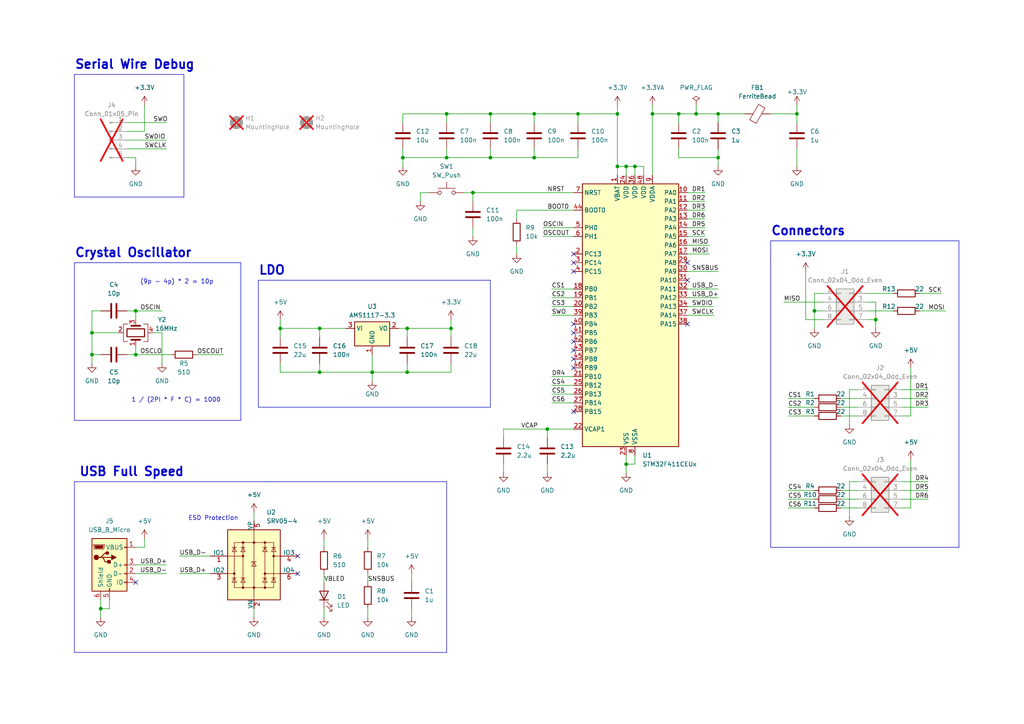
<source format=kicad_sch>
(kicad_sch (version 20231120) (generator "eeschema") (generator_version "8.0")
  (paper "A4")
  (lib_symbols
    (symbol "Connector:Conn_01x05_Pin" (pin_names (offset 1.016) hide)
      (property "Reference" "J" (at 0 7.62 0))
      (property "Value" "Conn_01x05_Pin" (at 0 -7.62 0))
      (symbol "Conn_01x05_Pin_1_1"
        (polyline (pts (xy 1.27 -5.08) (xy 0.8636 -5.08)) (stroke (width 0.1524)))
        (polyline (pts (xy 1.27 -2.54) (xy 0.8636 -2.54)) (stroke (width 0.1524)))
        (polyline (pts (xy 1.27 0) (xy 0.8636 0)) (stroke (width 0.1524)))
        (polyline (pts (xy 1.27 2.54) (xy 0.8636 2.54)) (stroke (width 0.1524)))
        (polyline (pts (xy 1.27 5.08) (xy 0.8636 5.08)) (stroke (width 0.1524)))
        (rectangle (start 0.8636 -4.953) (end 0 -5.207) (stroke (width 0.1524)) (fill (type outline)))
        (rectangle (start 0.8636 -2.413) (end 0 -2.667) (stroke (width 0.1524)) (fill (type outline)))
        (rectangle (start 0.8636 0.127) (end 0 -0.127) (stroke (width 0.1524)) (fill (type outline)))
        (rectangle (start 0.8636 2.667) (end 0 2.413) (stroke (width 0.1524)) (fill (type outline)))
        (rectangle (start 0.8636 5.207) (end 0 4.953) (stroke (width 0.1524)) (fill (type outline)))
        (pin passive line (at 5.08 5.08 180) (length 3.81) (name "Pin_1") (number "1"))
        (pin passive line (at 5.08 2.54 180) (length 3.81) (name "Pin_2") (number "2"))
        (pin passive line (at 5.08 0 180) (length 3.81) (name "Pin_3") (number "3"))
        (pin passive line (at 5.08 -2.54 180) (length 3.81) (name "Pin_4") (number "4"))
        (pin passive line (at 5.08 -5.08 180) (length 3.81) (name "Pin_5") (number "5"))
      )
    )
    (symbol "Connector:USB_B_Micro" (pin_names (offset 1.016))
      (property "Reference" "J" (at -5.08 11.43 0))
      (property "Value" "USB_B_Micro" (at -5.08 8.89 0))
      (symbol "USB_B_Micro_0_1"
        (rectangle (start -5.08 -7.62) (end 5.08 7.62) (stroke (width 0.254)) (fill (type background)))
        (circle (center -3.81 2.159) (radius 0.635) (stroke (width 0.254)) (fill (type outline)))
        (circle (center -0.635 3.429) (radius 0.381) (stroke (width 0.254)) (fill (type outline)))
        (rectangle (start -0.127 -7.62) (end 0.127 -6.858))
        (polyline (pts (xy -1.905 2.159) (xy 0.635 2.159)) (stroke (width 0.254)))
        (polyline (pts (xy -3.175 2.159) (xy -2.54 2.159) (xy -1.27 3.429) (xy -0.635 3.429)) (stroke (width 0.254)))
        (polyline (pts (xy -2.54 2.159) (xy -1.905 2.159) (xy -1.27 0.889) (xy 0 0.889)) (stroke (width 0.254)))
        (polyline (pts (xy 0.635 2.794) (xy 0.635 1.524) (xy 1.905 2.159) (xy 0.635 2.794)) (stroke (width 0.254)) (fill (type outline)))
        (polyline (pts (xy -4.318 5.588) (xy -1.778 5.588) (xy -2.032 4.826) (xy -4.064 4.826) (xy -4.318 5.588)) (fill (type outline)))
        (polyline (pts (xy -4.699 5.842) (xy -4.699 5.588) (xy -4.445 4.826) (xy -4.445 4.572) (xy -1.651 4.572) (xy -1.651 4.826) (xy -1.397 5.588) (xy -1.397 5.842) (xy -4.699 5.842)))
        (rectangle (start 0.254 1.27) (end -0.508 0.508) (stroke (width 0.254)) (fill (type outline)))
        (rectangle (start 5.08 -5.207) (end 4.318 -4.953))
        (rectangle (start 5.08 -2.667) (end 4.318 -2.413))
        (rectangle (start 5.08 -0.127) (end 4.318 0.127))
        (rectangle (start 5.08 4.953) (end 4.318 5.207))
      )
      (symbol "USB_B_Micro_1_1"
        (pin power_out line (at 7.62 5.08 180) (length 2.54) (name "VBUS") (number "1"))
        (pin bidirectional line (at 7.62 -2.54 180) (length 2.54) (name "D-") (number "2"))
        (pin bidirectional line (at 7.62 0 180) (length 2.54) (name "D+") (number "3"))
        (pin passive line (at 7.62 -5.08 180) (length 2.54) (name "ID") (number "4"))
        (pin power_out line (at 0 -10.16 90) (length 2.54) (name "GND") (number "5"))
        (pin passive line (at -2.54 -10.16 90) (length 2.54) (name "Shield") (number "6"))
      )
    )
    (symbol "Connector_Generic:Conn_02x04_Odd_Even" (pin_names (offset 1.016) hide)
      (property "Reference" "J" (at 1.27 5.08 0))
      (property "Value" "Conn_02x04_Odd_Even" (at 1.27 -7.62 0))
      (symbol "Conn_02x04_Odd_Even_1_1"
        (rectangle (start -1.27 -4.953) (end 0 -5.207) (stroke (width 0.1524)))
        (rectangle (start -1.27 -2.413) (end 0 -2.667) (stroke (width 0.1524)))
        (rectangle (start -1.27 0.127) (end 0 -0.127) (stroke (width 0.1524)))
        (rectangle (start -1.27 2.667) (end 0 2.413) (stroke (width 0.1524)))
        (rectangle (start -1.27 3.81) (end 3.81 -6.35) (stroke (width 0.254)) (fill (type background)))
        (rectangle (start 3.81 -4.953) (end 2.54 -5.207) (stroke (width 0.1524)))
        (rectangle (start 3.81 -2.413) (end 2.54 -2.667) (stroke (width 0.1524)))
        (rectangle (start 3.81 0.127) (end 2.54 -0.127) (stroke (width 0.1524)))
        (rectangle (start 3.81 2.667) (end 2.54 2.413) (stroke (width 0.1524)))
        (pin passive line (at -5.08 2.54 0) (length 3.81) (name "Pin_1") (number "1"))
        (pin passive line (at 7.62 2.54 180) (length 3.81) (name "Pin_2") (number "2"))
        (pin passive line (at -5.08 0 0) (length 3.81) (name "Pin_3") (number "3"))
        (pin passive line (at 7.62 0 180) (length 3.81) (name "Pin_4") (number "4"))
        (pin passive line (at -5.08 -2.54 0) (length 3.81) (name "Pin_5") (number "5"))
        (pin passive line (at 7.62 -2.54 180) (length 3.81) (name "Pin_6") (number "6"))
        (pin passive line (at -5.08 -5.08 0) (length 3.81) (name "Pin_7") (number "7"))
        (pin passive line (at 7.62 -5.08 180) (length 3.81) (name "Pin_8") (number "8"))
      )
    )
    (symbol "Device:C" (pin_numbers hide) (pin_names (offset 0.254))
      (property "Reference" "C" (at 0.635 2.54 0))
      (property "Value" "C" (at 0.635 -2.54 0))
      (symbol "C_0_1"
        (polyline (pts (xy -2.032 -0.762) (xy 2.032 -0.762)) (stroke (width 0.508)))
        (polyline (pts (xy -2.032 0.762) (xy 2.032 0.762)) (stroke (width 0.508)))
      )
      (symbol "C_1_1"
        (pin passive line (at 0 3.81 270) (length 2.794) (name "~") (number "1"))
        (pin passive line (at 0 -3.81 90) (length 2.794) (name "~") (number "2"))
      )
    )
    (symbol "Device:Crystal_GND24" (pin_names (offset 1.016) hide)
      (property "Reference" "Y" (at 3.175 5.08 0))
      (property "Value" "Crystal_GND24" (at 3.175 3.175 0))
      (symbol "Crystal_GND24_0_1"
        (rectangle (start -1.143 2.54) (end 1.143 -2.54) (stroke (width 0.3048)))
        (polyline (pts (xy -2.54 0) (xy -2.032 0)))
        (polyline (pts (xy -2.032 -1.27) (xy -2.032 1.27)) (stroke (width 0.508)))
        (polyline (pts (xy 0 -3.81) (xy 0 -3.556)))
        (polyline (pts (xy 0 3.556) (xy 0 3.81)))
        (polyline (pts (xy 2.032 -1.27) (xy 2.032 1.27)) (stroke (width 0.508)))
        (polyline (pts (xy 2.032 0) (xy 2.54 0)))
        (polyline (pts (xy -2.54 -2.286) (xy -2.54 -3.556) (xy 2.54 -3.556) (xy 2.54 -2.286)))
        (polyline (pts (xy -2.54 2.286) (xy -2.54 3.556) (xy 2.54 3.556) (xy 2.54 2.286)))
      )
      (symbol "Crystal_GND24_1_1"
        (pin passive line (at -3.81 0 0) (length 1.27) (name "1") (number "1"))
        (pin passive line (at 0 5.08 270) (length 1.27) (name "2") (number "2"))
        (pin passive line (at 3.81 0 180) (length 1.27) (name "3") (number "3"))
        (pin passive line (at 0 -5.08 90) (length 1.27) (name "4") (number "4"))
      )
    )
    (symbol "Device:FerriteBead" (pin_numbers hide) (pin_names (offset 0))
      (property "Reference" "FB" (at -3.81 0.635 90))
      (property "Value" "FerriteBead" (at 3.81 0 90))
      (symbol "FerriteBead_0_1"
        (polyline (pts (xy 0 -1.27) (xy 0 -1.2192)))
        (polyline (pts (xy 0 1.27) (xy 0 1.2954)))
        (polyline (pts (xy -2.7686 0.4064) (xy -1.7018 2.2606) (xy 2.7686 -0.3048) (xy 1.6764 -2.159) (xy -2.7686 0.4064)))
      )
      (symbol "FerriteBead_1_1"
        (pin passive line (at 0 3.81 270) (length 2.54) (name "~") (number "1"))
        (pin passive line (at 0 -3.81 90) (length 2.54) (name "~") (number "2"))
      )
    )
    (symbol "Device:LED" (pin_numbers hide) (pin_names (offset 1.016) hide)
      (property "Reference" "D" (at 0 2.54 0))
      (property "Value" "LED" (at 0 -2.54 0))
      (symbol "LED_0_1"
        (polyline (pts (xy -1.27 -1.27) (xy -1.27 1.27)) (stroke (width 0.254)))
        (polyline (pts (xy -1.27 0) (xy 1.27 0)))
        (polyline (pts (xy 1.27 -1.27) (xy 1.27 1.27) (xy -1.27 0) (xy 1.27 -1.27)) (stroke (width 0.254)))
        (polyline (pts (xy -3.048 -0.762) (xy -4.572 -2.286) (xy -3.81 -2.286) (xy -4.572 -2.286) (xy -4.572 -1.524)))
        (polyline (pts (xy -1.778 -0.762) (xy -3.302 -2.286) (xy -2.54 -2.286) (xy -3.302 -2.286) (xy -3.302 -1.524)))
      )
      (symbol "LED_1_1"
        (pin passive line (at -3.81 0 0) (length 2.54) (name "K") (number "1"))
        (pin passive line (at 3.81 0 180) (length 2.54) (name "A") (number "2"))
      )
    )
    (symbol "Device:R" (pin_numbers hide) (pin_names (offset 0))
      (property "Reference" "R" (at 2.032 0 90))
      (property "Value" "R" (at 0 0 90))
      (symbol "R_0_1"
        (rectangle (start -1.016 -2.54) (end 1.016 2.54) (stroke (width 0.254)))
      )
      (symbol "R_1_1"
        (pin passive line (at 0 3.81 270) (length 1.27) (name "~") (number "1"))
        (pin passive line (at 0 -3.81 90) (length 1.27) (name "~") (number "2"))
      )
    )
    (symbol "MCU_ST_STM32F4:STM32F411CEUx"
      (property "Reference" "U" (at -12.7 39.37 0))
      (property "Value" "STM32F411CEUx" (at 10.16 39.37 0))
      (symbol "STM32F411CEUx_0_1"
        (rectangle (start -12.7 -38.1) (end 15.24 38.1) (stroke (width 0.254)) (fill (type background)))
      )
      (symbol "STM32F411CEUx_1_1"
        (pin power_in line (at -2.54 40.64 270) (length 2.54) (name "VBAT") (number "1"))
        (pin bidirectional line (at 17.78 35.56 180) (length 2.54) (name "PA0") (number "10"))
        (pin bidirectional line (at 17.78 33.02 180) (length 2.54) (name "PA1") (number "11"))
        (pin bidirectional line (at 17.78 30.48 180) (length 2.54) (name "PA2") (number "12"))
        (pin bidirectional line (at 17.78 27.94 180) (length 2.54) (name "PA3") (number "13"))
        (pin bidirectional line (at 17.78 25.4 180) (length 2.54) (name "PA4") (number "14"))
        (pin bidirectional line (at 17.78 22.86 180) (length 2.54) (name "PA5") (number "15"))
        (pin bidirectional line (at 17.78 20.32 180) (length 2.54) (name "PA6") (number "16"))
        (pin bidirectional line (at 17.78 17.78 180) (length 2.54) (name "PA7") (number "17"))
        (pin bidirectional line (at -15.24 7.62 0) (length 2.54) (name "PB0") (number "18"))
        (pin bidirectional line (at -15.24 5.08 0) (length 2.54) (name "PB1") (number "19"))
        (pin bidirectional line (at -15.24 17.78 0) (length 2.54) (name "PC13") (number "2"))
        (pin bidirectional line (at -15.24 2.54 0) (length 2.54) (name "PB2") (number "20"))
        (pin bidirectional line (at -15.24 -17.78 0) (length 2.54) (name "PB10") (number "21"))
        (pin power_out line (at -15.24 -33.02 0) (length 2.54) (name "VCAP1") (number "22"))
        (pin power_in line (at 0 -40.64 90) (length 2.54) (name "VSS") (number "23"))
        (pin power_in line (at 0 40.64 270) (length 2.54) (name "VDD") (number "24"))
        (pin bidirectional line (at -15.24 -20.32 0) (length 2.54) (name "PB12") (number "25"))
        (pin bidirectional line (at -15.24 -22.86 0) (length 2.54) (name "PB13") (number "26"))
        (pin bidirectional line (at -15.24 -25.4 0) (length 2.54) (name "PB14") (number "27"))
        (pin bidirectional line (at -15.24 -27.94 0) (length 2.54) (name "PB15") (number "28"))
        (pin bidirectional line (at 17.78 15.24 180) (length 2.54) (name "PA8") (number "29"))
        (pin bidirectional line (at -15.24 15.24 0) (length 2.54) (name "PC14") (number "3"))
        (pin bidirectional line (at 17.78 12.7 180) (length 2.54) (name "PA9") (number "30"))
        (pin bidirectional line (at 17.78 10.16 180) (length 2.54) (name "PA10") (number "31"))
        (pin bidirectional line (at 17.78 7.62 180) (length 2.54) (name "PA11") (number "32"))
        (pin bidirectional line (at 17.78 5.08 180) (length 2.54) (name "PA12") (number "33"))
        (pin bidirectional line (at 17.78 2.54 180) (length 2.54) (name "PA13") (number "34"))
        (pin passive line (at 0 -40.64 90) (length 2.54) hide (name "VSS") (number "35"))
        (pin power_in line (at 2.54 40.64 270) (length 2.54) (name "VDD") (number "36"))
        (pin bidirectional line (at 17.78 0 180) (length 2.54) (name "PA14") (number "37"))
        (pin bidirectional line (at 17.78 -2.54 180) (length 2.54) (name "PA15") (number "38"))
        (pin bidirectional line (at -15.24 0 0) (length 2.54) (name "PB3") (number "39"))
        (pin bidirectional line (at -15.24 12.7 0) (length 2.54) (name "PC15") (number "4"))
        (pin bidirectional line (at -15.24 -2.54 0) (length 2.54) (name "PB4") (number "40"))
        (pin bidirectional line (at -15.24 -5.08 0) (length 2.54) (name "PB5") (number "41"))
        (pin bidirectional line (at -15.24 -7.62 0) (length 2.54) (name "PB6") (number "42"))
        (pin bidirectional line (at -15.24 -10.16 0) (length 2.54) (name "PB7") (number "43"))
        (pin input line (at -15.24 30.48 0) (length 2.54) (name "BOOT0") (number "44"))
        (pin bidirectional line (at -15.24 -12.7 0) (length 2.54) (name "PB8") (number "45"))
        (pin bidirectional line (at -15.24 -15.24 0) (length 2.54) (name "PB9") (number "46"))
        (pin passive line (at 0 -40.64 90) (length 2.54) hide (name "VSS") (number "47"))
        (pin power_in line (at 5.08 40.64 270) (length 2.54) (name "VDD") (number "48"))
        (pin passive line (at 0 -40.64 90) (length 2.54) hide (name "VSS") (number "49"))
        (pin bidirectional line (at -15.24 25.4 0) (length 2.54) (name "PH0") (number "5"))
        (pin bidirectional line (at -15.24 22.86 0) (length 2.54) (name "PH1") (number "6"))
        (pin input line (at -15.24 35.56 0) (length 2.54) (name "NRST") (number "7"))
        (pin power_in line (at 2.54 -40.64 90) (length 2.54) (name "VSSA") (number "8"))
        (pin power_in line (at 7.62 40.64 270) (length 2.54) (name "VDDA") (number "9"))
      )
    )
    (symbol "Mechanical:MountingHole" (pin_names (offset 1.016))
      (property "Reference" "H" (at 0 5.08 0))
      (property "Value" "MountingHole" (at 0 3.175 0))
      (symbol "MountingHole_0_1"
        (circle (center 0 0) (radius 1.27) (stroke (width 1.27)))
      )
    )
    (symbol "Power_Protection:SRV05-4" (pin_names (offset 0))
      (property "Reference" "U" (at -5.08 11.43 0))
      (property "Value" "SRV05-4" (at 2.54 11.43 0))
      (symbol "SRV05-4_0_0"
        (rectangle (start -5.715 6.477) (end 5.715 -6.604))
        (polyline (pts (xy -3.175 -6.604) (xy -3.175 6.477)))
        (polyline (pts (xy 3.175 6.477) (xy 3.175 -6.604)))
      )
      (symbol "SRV05-4_0_1"
        (rectangle (start -7.62 10.16) (end 7.62 -10.16) (stroke (width 0.254)) (fill (type background)))
        (circle (center -5.715 -2.54) (radius 0.2794) (fill (type outline)))
        (circle (center -3.175 -6.604) (radius 0.2794) (fill (type outline)))
        (circle (center -3.175 2.54) (radius 0.2794) (fill (type outline)))
        (circle (center -3.175 6.477) (radius 0.2794) (fill (type outline)))
        (circle (center 0 -6.604) (radius 0.2794) (fill (type outline)))
        (polyline (pts (xy -7.747 2.54) (xy -3.175 2.54)))
        (polyline (pts (xy -7.62 -2.54) (xy -5.715 -2.54)))
        (polyline (pts (xy -5.08 -3.81) (xy -6.35 -3.81)))
        (polyline (pts (xy -5.08 5.08) (xy -6.35 5.08)))
        (polyline (pts (xy -2.54 -3.81) (xy -3.81 -3.81)))
        (polyline (pts (xy -2.54 5.08) (xy -3.81 5.08)))
        (polyline (pts (xy 0 10.16) (xy 0 -10.16)))
        (polyline (pts (xy 3.81 -3.81) (xy 2.54 -3.81)))
        (polyline (pts (xy 3.81 5.08) (xy 2.54 5.08)))
        (polyline (pts (xy 6.35 -3.81) (xy 5.08 -3.81)))
        (polyline (pts (xy 6.35 5.08) (xy 5.08 5.08)))
        (polyline (pts (xy 7.62 -2.54) (xy 3.175 -2.54)))
        (polyline (pts (xy 7.62 2.54) (xy 5.715 2.54)))
        (polyline (pts (xy 0.635 0.889) (xy -0.635 0.889) (xy -0.635 0.635)))
        (polyline (pts (xy -5.08 -5.08) (xy -6.35 -5.08) (xy -5.715 -3.81) (xy -5.08 -5.08)))
        (polyline (pts (xy -5.08 3.81) (xy -6.35 3.81) (xy -5.715 5.08) (xy -5.08 3.81)))
        (polyline (pts (xy -2.54 -5.08) (xy -3.81 -5.08) (xy -3.175 -3.81) (xy -2.54 -5.08)))
        (polyline (pts (xy -2.54 3.81) (xy -3.81 3.81) (xy -3.175 5.08) (xy -2.54 3.81)))
        (polyline (pts (xy 0.635 -0.381) (xy -0.635 -0.381) (xy 0 0.889) (xy 0.635 -0.381)))
        (polyline (pts (xy 3.81 -5.08) (xy 2.54 -5.08) (xy 3.175 -3.81) (xy 3.81 -5.08)))
        (polyline (pts (xy 3.81 3.81) (xy 2.54 3.81) (xy 3.175 5.08) (xy 3.81 3.81)))
        (polyline (pts (xy 6.35 -5.08) (xy 5.08 -5.08) (xy 5.715 -3.81) (xy 6.35 -5.08)))
        (polyline (pts (xy 6.35 3.81) (xy 5.08 3.81) (xy 5.715 5.08) (xy 6.35 3.81)))
        (circle (center 0 6.477) (radius 0.2794) (fill (type outline)))
        (circle (center 3.175 -6.604) (radius 0.2794) (fill (type outline)))
        (circle (center 3.175 -2.54) (radius 0.2794) (fill (type outline)))
        (circle (center 3.175 6.477) (radius 0.2794) (fill (type outline)))
        (circle (center 5.715 2.54) (radius 0.2794) (fill (type outline)))
      )
      (symbol "SRV05-4_1_1"
        (pin passive line (at -12.7 2.54 0) (length 5.08) (name "IO1") (number "1"))
        (pin passive line (at 0 -12.7 90) (length 2.54) (name "VN") (number "2"))
        (pin passive line (at -12.7 -2.54 0) (length 5.08) (name "IO2") (number "3"))
        (pin passive line (at 12.7 2.54 180) (length 5.08) (name "IO3") (number "4"))
        (pin passive line (at 0 12.7 270) (length 2.54) (name "VP") (number "5"))
        (pin passive line (at 12.7 -2.54 180) (length 5.08) (name "IO4") (number "6"))
      )
    )
    (symbol "Regulator_Linear:AMS1117-3.3"
      (property "Reference" "U" (at -3.81 3.175 0))
      (property "Value" "AMS1117-3.3" (at 0 3.175 0))
      (symbol "AMS1117-3.3_0_1"
        (rectangle (start -5.08 -5.08) (end 5.08 1.905) (stroke (width 0.254)) (fill (type background)))
      )
      (symbol "AMS1117-3.3_1_1"
        (pin power_in line (at 0 -7.62 90) (length 2.54) (name "GND") (number "1"))
        (pin power_out line (at 7.62 0 180) (length 2.54) (name "VO") (number "2"))
        (pin power_in line (at -7.62 0 0) (length 2.54) (name "VI") (number "3"))
      )
    )
    (symbol "Switch:SW_Push" (pin_numbers hide) (pin_names (offset 1.016) hide)
      (property "Reference" "SW" (at 1.27 2.54 0))
      (property "Value" "SW_Push" (at 0 -1.524 0))
      (symbol "SW_Push_0_1"
        (circle (center -2.032 0) (radius 0.508))
        (polyline (pts (xy 0 1.27) (xy 0 3.048)))
        (polyline (pts (xy 2.54 1.27) (xy -2.54 1.27)))
        (circle (center 2.032 0) (radius 0.508))
        (pin passive line (at -5.08 0 0) (length 2.54) (name "1") (number "1"))
        (pin passive line (at 5.08 0 180) (length 2.54) (name "2") (number "2"))
      )
    )
    (symbol "power:+3.3V" (power) (pin_names (offset 0))
      (property "Value" "+3.3V" (at 0 3.556 0))
      (symbol "+3.3V_0_1"
        (polyline (pts (xy -0.762 1.27) (xy 0 2.54)))
        (polyline (pts (xy 0 0) (xy 0 2.54)))
        (polyline (pts (xy 0 2.54) (xy 0.762 1.27)))
      )
      (symbol "+3.3V_1_1"
        (pin power_in line (at 0 0 90) (length 0) hide (name "+3.3V") (number "1"))
      )
    )
    (symbol "power:+3.3VA" (power) (pin_names (offset 0))
      (property "Value" "+3.3VA" (at 0 3.556 0))
      (symbol "+3.3VA_0_1"
        (polyline (pts (xy -0.762 1.27) (xy 0 2.54)))
        (polyline (pts (xy 0 0) (xy 0 2.54)))
        (polyline (pts (xy 0 2.54) (xy 0.762 1.27)))
      )
      (symbol "+3.3VA_1_1"
        (pin power_in line (at 0 0 90) (length 0) hide (name "+3.3VA") (number "1"))
      )
    )
    (symbol "power:+5V" (power) (pin_names (offset 0))
      (property "Value" "+5V" (at 0 3.556 0))
      (symbol "+5V_0_1"
        (polyline (pts (xy -0.762 1.27) (xy 0 2.54)))
        (polyline (pts (xy 0 0) (xy 0 2.54)))
        (polyline (pts (xy 0 2.54) (xy 0.762 1.27)))
      )
      (symbol "+5V_1_1"
        (pin power_in line (at 0 0 90) (length 0) hide (name "+5V") (number "1"))
      )
    )
    (symbol "power:GND" (power) (pin_names (offset 0))
      (property "Value" "GND" (at 0 -3.81 0))
      (symbol "GND_0_1"
        (polyline (pts (xy 0 0) (xy 0 -1.27) (xy 1.27 -1.27) (xy 0 -2.54) (xy -1.27 -1.27) (xy 0 -1.27)))
      )
      (symbol "GND_1_1"
        (pin power_in line (at 0 0 270) (length 0) hide (name "GND") (number "1"))
      )
    )
    (symbol "power:PWR_FLAG" (power) (pin_numbers hide) (pin_names (offset 0) hide)
      (property "Value" "PWR_FLAG" (at 0 3.81 0))
      (symbol "PWR_FLAG_0_0"
        (pin power_out line (at 0 0 90) (length 0) (name "pwr") (number "1"))
      )
      (symbol "PWR_FLAG_0_1"
        (polyline (pts (xy 0 0) (xy 0 1.27) (xy -1.016 1.905) (xy 0 2.54) (xy 1.016 1.905) (xy 0 1.27)))
      )
    )
  )
  (junction (at 92.71 95.25))
  (junction (at 142.24 33.02))
  (junction (at 81.28 95.25))
  (junction (at 92.71 107.95))
  (junction (at 142.24 45.72))
  (junction (at 189.23 33.02))
  (junction (at 184.15 48.26))
  (junction (at 158.75 124.46))
  (junction (at 107.95 107.95))
  (junction (at 154.94 33.02))
  (junction (at 118.11 107.95))
  (junction (at 129.54 45.72))
  (junction (at 208.28 33.02))
  (junction (at 254 92.71))
  (junction (at 39.37 102.87))
  (junction (at 208.28 45.72))
  (junction (at 167.64 33.02))
  (junction (at 154.94 45.72))
  (junction (at 179.07 48.26))
  (junction (at 26.67 102.87))
  (junction (at 118.11 95.25))
  (junction (at 181.61 48.26))
  (junction (at 181.61 134.62))
  (junction (at 231.14 33.02))
  (junction (at 137.16 55.88))
  (junction (at 39.37 90.17))
  (junction (at 201.93 33.02))
  (junction (at 236.22 90.17))
  (junction (at 179.07 33.02))
  (junction (at 116.84 45.72))
  (junction (at 129.54 33.02))
  (junction (at 26.67 96.52))
  (junction (at 196.85 33.02))
  (junction (at 29.21 176.53))
  (junction (at 130.81 95.25))
  (no_connect (at 199.39 76.2))
  (no_connect (at 166.37 76.2))
  (no_connect (at 166.37 106.68))
  (no_connect (at 166.37 73.66))
  (no_connect (at 199.39 81.28))
  (no_connect (at 166.37 99.06))
  (no_connect (at 39.37 168.91))
  (no_connect (at 166.37 101.6))
  (no_connect (at 199.39 93.98))
  (no_connect (at 166.37 78.74))
  (no_connect (at 86.36 166.37))
  (no_connect (at 166.37 104.14))
  (no_connect (at 166.37 119.38))
  (no_connect (at 166.37 93.98))
  (no_connect (at 86.36 161.29))
  (no_connect (at 166.37 96.52))
  (wire (pts (xy 93.98 166.37) (xy 93.98 168.91)))
  (wire (pts (xy 92.71 107.95) (xy 107.95 107.95)))
  (wire (pts (xy 39.37 102.87) (xy 49.53 102.87)))
  (wire (pts (xy 129.54 33.02) (xy 142.24 33.02)))
  (wire (pts (xy 261.62 115.57) (xy 269.24 115.57)))
  (wire (pts (xy 223.52 33.02) (xy 231.14 33.02)))
  (wire (pts (xy 93.98 156.21) (xy 93.98 158.75)))
  (wire (pts (xy 39.37 48.26) (xy 39.37 45.72)))
  (wire (pts (xy 243.84 142.24) (xy 248.92 142.24)))
  (wire (pts (xy 261.62 139.7) (xy 269.24 139.7)))
  (wire (pts (xy 149.86 71.12) (xy 149.86 73.66)))
  (polyline (pts (xy 223.52 69.85) (xy 223.52 76.2)))
  (wire (pts (xy 118.11 107.95) (xy 107.95 107.95)))
  (wire (pts (xy 261.62 113.03) (xy 269.24 113.03)))
  (wire (pts (xy 92.71 105.41) (xy 92.71 107.95)))
  (wire (pts (xy 228.6 115.57) (xy 236.22 115.57)))
  (wire (pts (xy 160.02 83.82) (xy 166.37 83.82)))
  (wire (pts (xy 157.48 66.04) (xy 166.37 66.04)))
  (wire (pts (xy 199.39 68.58) (xy 204.47 68.58)))
  (wire (pts (xy 167.64 33.02) (xy 167.64 35.56)))
  (wire (pts (xy 36.83 35.56) (xy 48.26 35.56)))
  (wire (pts (xy 119.38 166.37) (xy 119.38 168.91)))
  (wire (pts (xy 26.67 90.17) (xy 29.21 90.17)))
  (wire (pts (xy 39.37 90.17) (xy 36.83 90.17)))
  (wire (pts (xy 92.71 95.25) (xy 92.71 97.79)))
  (wire (pts (xy 199.39 83.82) (xy 208.28 83.82)))
  (wire (pts (xy 26.67 96.52) (xy 26.67 90.17)))
  (polyline (pts (xy 21.59 76.2) (xy 34.29 76.2)))
  (wire (pts (xy 196.85 33.02) (xy 196.85 35.56)))
  (wire (pts (xy 160.02 88.9) (xy 166.37 88.9)))
  (wire (pts (xy 93.98 176.53) (xy 93.98 179.07)))
  (polyline (pts (xy 69.85 76.2) (xy 69.85 121.92)))
  (wire (pts (xy 254 87.63) (xy 251.46 87.63)))
  (wire (pts (xy 146.05 124.46) (xy 158.75 124.46)))
  (wire (pts (xy 199.39 71.12) (xy 205.74 71.12)))
  (wire (pts (xy 31.75 176.53) (xy 31.75 173.99)))
  (wire (pts (xy 246.38 139.7) (xy 248.92 139.7)))
  (wire (pts (xy 181.61 134.62) (xy 184.15 134.62)))
  (polyline (pts (xy 21.59 21.59) (xy 29.21 21.59)))
  (wire (pts (xy 179.07 30.48) (xy 179.07 33.02)))
  (wire (pts (xy 196.85 33.02) (xy 201.93 33.02)))
  (wire (pts (xy 228.6 147.32) (xy 236.22 147.32)))
  (wire (pts (xy 264.16 133.35) (xy 264.16 147.32)))
  (wire (pts (xy 29.21 173.99) (xy 29.21 176.53)))
  (wire (pts (xy 39.37 100.33) (xy 39.37 102.87)))
  (wire (pts (xy 146.05 127) (xy 146.05 124.46)))
  (wire (pts (xy 186.69 48.26) (xy 186.69 50.8)))
  (wire (pts (xy 201.93 33.02) (xy 208.28 33.02)))
  (polyline (pts (xy 78.74 139.7) (xy 129.54 139.7)))
  (wire (pts (xy 142.24 45.72) (xy 142.24 43.18)))
  (wire (pts (xy 36.83 40.64) (xy 48.26 40.64)))
  (polyline (pts (xy 278.13 158.75) (xy 278.13 69.85)))
  (wire (pts (xy 167.64 45.72) (xy 167.64 43.18)))
  (wire (pts (xy 142.24 45.72) (xy 154.94 45.72)))
  (wire (pts (xy 227.33 87.63) (xy 238.76 87.63)))
  (wire (pts (xy 81.28 97.79) (xy 81.28 95.25)))
  (wire (pts (xy 119.38 176.53) (xy 119.38 179.07)))
  (wire (pts (xy 236.22 85.09) (xy 238.76 85.09)))
  (wire (pts (xy 41.91 38.1) (xy 36.83 38.1)))
  (wire (pts (xy 208.28 33.02) (xy 215.9 33.02)))
  (wire (pts (xy 236.22 95.25) (xy 236.22 90.17)))
  (wire (pts (xy 149.86 63.5) (xy 149.86 60.96)))
  (wire (pts (xy 39.37 102.87) (xy 36.83 102.87)))
  (wire (pts (xy 39.37 45.72) (xy 36.83 45.72)))
  (wire (pts (xy 121.92 58.42) (xy 121.92 55.88)))
  (wire (pts (xy 243.84 147.32) (xy 248.92 147.32)))
  (wire (pts (xy 154.94 33.02) (xy 154.94 35.56)))
  (wire (pts (xy 201.93 30.48) (xy 201.93 33.02)))
  (wire (pts (xy 243.84 118.11) (xy 248.92 118.11)))
  (wire (pts (xy 154.94 45.72) (xy 167.64 45.72)))
  (wire (pts (xy 157.48 68.58) (xy 166.37 68.58)))
  (wire (pts (xy 41.91 156.21) (xy 41.91 158.75)))
  (wire (pts (xy 52.07 166.37) (xy 60.96 166.37)))
  (wire (pts (xy 46.99 96.52) (xy 46.99 105.41)))
  (wire (pts (xy 167.64 33.02) (xy 179.07 33.02)))
  (wire (pts (xy 233.68 78.74) (xy 233.68 92.71)))
  (wire (pts (xy 160.02 91.44) (xy 166.37 91.44)))
  (wire (pts (xy 154.94 33.02) (xy 167.64 33.02)))
  (wire (pts (xy 236.22 90.17) (xy 238.76 90.17)))
  (wire (pts (xy 199.39 55.88) (xy 204.47 55.88)))
  (wire (pts (xy 160.02 111.76) (xy 166.37 111.76)))
  (wire (pts (xy 158.75 127) (xy 158.75 124.46)))
  (wire (pts (xy 199.39 78.74) (xy 208.28 78.74)))
  (wire (pts (xy 160.02 109.22) (xy 166.37 109.22)))
  (wire (pts (xy 39.37 92.71) (xy 39.37 90.17)))
  (wire (pts (xy 243.84 120.65) (xy 248.92 120.65)))
  (wire (pts (xy 266.7 85.09) (xy 273.05 85.09)))
  (wire (pts (xy 231.14 30.48) (xy 231.14 33.02)))
  (wire (pts (xy 261.62 118.11) (xy 269.24 118.11)))
  (wire (pts (xy 81.28 92.71) (xy 81.28 95.25)))
  (wire (pts (xy 196.85 45.72) (xy 208.28 45.72)))
  (wire (pts (xy 142.24 33.02) (xy 142.24 35.56)))
  (wire (pts (xy 196.85 43.18) (xy 196.85 45.72)))
  (polyline (pts (xy 90.17 81.28) (xy 142.24 81.28)))
  (wire (pts (xy 181.61 48.26) (xy 184.15 48.26)))
  (wire (pts (xy 208.28 45.72) (xy 208.28 48.26)))
  (wire (pts (xy 199.39 63.5) (xy 204.47 63.5)))
  (wire (pts (xy 199.39 66.04) (xy 204.47 66.04)))
  (wire (pts (xy 134.62 55.88) (xy 137.16 55.88)))
  (polyline (pts (xy 53.34 21.59) (xy 53.34 57.15)))
  (wire (pts (xy 116.84 33.02) (xy 129.54 33.02)))
  (wire (pts (xy 149.86 60.96) (xy 166.37 60.96)))
  (wire (pts (xy 199.39 86.36) (xy 208.28 86.36)))
  (wire (pts (xy 106.68 166.37) (xy 106.68 168.91)))
  (wire (pts (xy 254 95.25) (xy 254 92.71)))
  (wire (pts (xy 158.75 134.62) (xy 158.75 137.16)))
  (wire (pts (xy 73.66 176.53) (xy 73.66 179.07)))
  (polyline (pts (xy 142.24 118.11) (xy 74.93 118.11)))
  (wire (pts (xy 184.15 134.62) (xy 184.15 132.08)))
  (wire (pts (xy 189.23 33.02) (xy 196.85 33.02)))
  (wire (pts (xy 228.6 142.24) (xy 236.22 142.24)))
  (polyline (pts (xy 69.85 121.92) (xy 21.59 121.92)))
  (wire (pts (xy 189.23 33.02) (xy 189.23 50.8)))
  (wire (pts (xy 130.81 95.25) (xy 130.81 97.79)))
  (wire (pts (xy 236.22 90.17) (xy 236.22 85.09)))
  (polyline (pts (xy 129.54 189.23) (xy 21.59 189.23)))
  (polyline (pts (xy 34.29 76.2) (xy 69.85 76.2)))
  (wire (pts (xy 41.91 30.48) (xy 41.91 38.1)))
  (wire (pts (xy 146.05 134.62) (xy 146.05 137.16)))
  (polyline (pts (xy 21.59 139.7) (xy 78.74 139.7)))
  (wire (pts (xy 199.39 73.66) (xy 205.74 73.66)))
  (wire (pts (xy 228.6 118.11) (xy 236.22 118.11)))
  (wire (pts (xy 137.16 58.42) (xy 137.16 55.88)))
  (wire (pts (xy 181.61 134.62) (xy 181.61 137.16)))
  (wire (pts (xy 36.83 43.18) (xy 48.26 43.18)))
  (wire (pts (xy 118.11 95.25) (xy 118.11 97.79)))
  (wire (pts (xy 129.54 45.72) (xy 142.24 45.72)))
  (wire (pts (xy 29.21 176.53) (xy 31.75 176.53)))
  (wire (pts (xy 52.07 161.29) (xy 60.96 161.29)))
  (wire (pts (xy 81.28 95.25) (xy 92.71 95.25)))
  (wire (pts (xy 181.61 48.26) (xy 181.61 50.8)))
  (polyline (pts (xy 278.13 69.85) (xy 223.52 69.85)))
  (wire (pts (xy 246.38 123.19) (xy 246.38 113.03)))
  (wire (pts (xy 158.75 124.46) (xy 166.37 124.46)))
  (wire (pts (xy 264.16 147.32) (xy 261.62 147.32)))
  (wire (pts (xy 199.39 91.44) (xy 207.01 91.44)))
  (polyline (pts (xy 74.93 118.11) (xy 74.93 81.28)))
  (wire (pts (xy 261.62 144.78) (xy 269.24 144.78)))
  (polyline (pts (xy 21.59 121.92) (xy 21.59 76.2)))
  (wire (pts (xy 130.81 92.71) (xy 130.81 95.25)))
  (wire (pts (xy 142.24 33.02) (xy 154.94 33.02)))
  (wire (pts (xy 246.38 113.03) (xy 248.92 113.03)))
  (wire (pts (xy 73.66 148.59) (xy 73.66 151.13)))
  (wire (pts (xy 181.61 132.08) (xy 181.61 134.62)))
  (wire (pts (xy 199.39 58.42) (xy 204.47 58.42)))
  (wire (pts (xy 160.02 86.36) (xy 166.37 86.36)))
  (wire (pts (xy 266.7 90.17) (xy 274.32 90.17)))
  (wire (pts (xy 228.6 120.65) (xy 236.22 120.65)))
  (wire (pts (xy 46.99 96.52) (xy 44.45 96.52)))
  (wire (pts (xy 208.28 33.02) (xy 208.28 35.56)))
  (polyline (pts (xy 129.54 139.7) (xy 129.54 189.23)))
  (wire (pts (xy 137.16 55.88) (xy 166.37 55.88)))
  (wire (pts (xy 118.11 95.25) (xy 130.81 95.25)))
  (wire (pts (xy 130.81 105.41) (xy 130.81 107.95)))
  (wire (pts (xy 121.92 55.88) (xy 124.46 55.88)))
  (wire (pts (xy 179.07 33.02) (xy 179.07 48.26)))
  (wire (pts (xy 26.67 105.41) (xy 26.67 102.87)))
  (wire (pts (xy 243.84 144.78) (xy 248.92 144.78)))
  (polyline (pts (xy 29.21 21.59) (xy 53.34 21.59)))
  (wire (pts (xy 57.15 102.87) (xy 64.77 102.87)))
  (wire (pts (xy 254 92.71) (xy 254 87.63)))
  (wire (pts (xy 118.11 105.41) (xy 118.11 107.95)))
  (polyline (pts (xy 142.24 81.28) (xy 142.24 118.11)))
  (polyline (pts (xy 74.93 81.28) (xy 90.17 81.28)))
  (wire (pts (xy 107.95 102.87) (xy 107.95 107.95)))
  (wire (pts (xy 246.38 139.7) (xy 246.38 149.86)))
  (wire (pts (xy 41.91 158.75) (xy 39.37 158.75)))
  (wire (pts (xy 129.54 45.72) (xy 129.54 43.18)))
  (wire (pts (xy 261.62 142.24) (xy 269.24 142.24)))
  (wire (pts (xy 160.02 116.84) (xy 166.37 116.84)))
  (wire (pts (xy 39.37 90.17) (xy 46.99 90.17)))
  (wire (pts (xy 179.07 48.26) (xy 181.61 48.26)))
  (wire (pts (xy 251.46 90.17) (xy 259.08 90.17)))
  (wire (pts (xy 231.14 33.02) (xy 231.14 35.56)))
  (wire (pts (xy 92.71 95.25) (xy 100.33 95.25)))
  (wire (pts (xy 115.57 95.25) (xy 118.11 95.25)))
  (wire (pts (xy 129.54 45.72) (xy 116.84 45.72)))
  (wire (pts (xy 254 92.71) (xy 251.46 92.71)))
  (wire (pts (xy 179.07 48.26) (xy 179.07 50.8)))
  (wire (pts (xy 199.39 60.96) (xy 204.47 60.96)))
  (wire (pts (xy 116.84 45.72) (xy 116.84 48.26)))
  (wire (pts (xy 231.14 43.18) (xy 231.14 48.26)))
  (wire (pts (xy 106.68 176.53) (xy 106.68 179.07)))
  (wire (pts (xy 107.95 107.95) (xy 107.95 110.49)))
  (polyline (pts (xy 223.52 76.2) (xy 223.52 158.75)))
  (wire (pts (xy 228.6 144.78) (xy 236.22 144.78)))
  (wire (pts (xy 160.02 114.3) (xy 166.37 114.3)))
  (wire (pts (xy 154.94 45.72) (xy 154.94 43.18)))
  (wire (pts (xy 199.39 88.9) (xy 207.01 88.9)))
  (wire (pts (xy 116.84 45.72) (xy 116.84 43.18)))
  (wire (pts (xy 243.84 115.57) (xy 248.92 115.57)))
  (wire (pts (xy 189.23 30.48) (xy 189.23 33.02)))
  (wire (pts (xy 184.15 48.26) (xy 186.69 48.26)))
  (polyline (pts (xy 53.34 57.15) (xy 21.59 57.15)))
  (wire (pts (xy 39.37 166.37) (xy 48.26 166.37)))
  (wire (pts (xy 264.16 120.65) (xy 261.62 120.65)))
  (wire (pts (xy 106.68 156.21) (xy 106.68 158.75)))
  (wire (pts (xy 29.21 179.07) (xy 29.21 176.53)))
  (wire (pts (xy 251.46 85.09) (xy 259.08 85.09)))
  (polyline (pts (xy 21.59 57.15) (xy 21.59 21.59)))
  (wire (pts (xy 137.16 66.04) (xy 137.16 68.58)))
  (polyline (pts (xy 223.52 158.75) (xy 278.13 158.75)))
  (wire (pts (xy 116.84 35.56) (xy 116.84 33.02)))
  (polyline (pts (xy 21.59 189.23) (xy 21.59 139.7)))
  (wire (pts (xy 26.67 96.52) (xy 34.29 96.52)))
  (wire (pts (xy 129.54 33.02) (xy 129.54 35.56)))
  (wire (pts (xy 264.16 106.68) (xy 264.16 120.65)))
  (wire (pts (xy 130.81 107.95) (xy 118.11 107.95)))
  (wire (pts (xy 81.28 105.41) (xy 81.28 107.95)))
  (wire (pts (xy 26.67 102.87) (xy 26.67 96.52)))
  (wire (pts (xy 208.28 43.18) (xy 208.28 45.72)))
  (wire (pts (xy 233.68 92.71) (xy 238.76 92.71)))
  (wire (pts (xy 81.28 107.95) (xy 92.71 107.95)))
  (wire (pts (xy 184.15 48.26) (xy 184.15 50.8)))
  (wire (pts (xy 39.37 163.83) (xy 48.26 163.83)))
  (wire (pts (xy 26.67 102.87) (xy 29.21 102.87)))
  (text "USB Full Speed" (at 22.86 138.43 0) (effects (font (size 2.54 2.54) (thickness 0.508) (bold yes)) (justify left bottom)))
  (text "Connectors" (at 223.52 68.58 0) (effects (font (size 2.54 2.54) (thickness 0.508) (bold yes)) (justify left bottom)))
  (text "ESD Protection" (at 54.61 151.13 0) (effects (font (size 1.27 1.27)) (justify left bottom)))
  (text "1 / (2PI * F * C) = 1000" (at 38.1 116.84 0) (effects (font (size 1.27 1.27)) (justify left bottom)))
  (text "Serial Wire Debug" (at 21.59 20.32 0) (effects (font (size 2.54 2.54) (thickness 0.508) (bold yes)) (justify left bottom)))
  (text "LDO" (at 74.93 80.01 0) (effects (font (size 2.54 2.54) (thickness 0.508) (bold yes)) (justify left bottom)))
  (text "Crystal Oscillator" (at 21.59 74.93 0) (effects (font (size 2.54 2.54) (thickness 0.508) (bold yes)) (justify left bottom)))
  (text "(9p - 4p) * 2 = 10p" (at 40.64 82.55 0) (effects (font (size 1.27 1.27)) (justify left bottom)))
  (label "SNSBUS" (at 200.66 78.74 0))
  (label "SWO" (at 44.45 35.56 0))
  (label "USB_D-" (at 200.66 83.82 0))
  (label "VCAP" (at 151.13 124.46 0))
  (label "SCK" (at 269.24 85.09 0))
  (label "DR4" (at 160.02 109.22 0))
  (label "DR2" (at 265.43 115.57 0))
  (label "SWDIO" (at 41.91 40.64 0))
  (label "MISO" (at 227.33 87.63 0))
  (label "CS1" (at 228.6 115.57 0))
  (label "CS3" (at 160.02 88.9 0))
  (label "DR4" (at 265.43 139.7 0))
  (label "CS1" (at 160.02 83.82 0))
  (label "USB_D-" (at 40.64 166.37 0))
  (label "CS5" (at 228.6 144.78 0))
  (label "SWCLK" (at 200.66 91.44 0))
  (label "SWO" (at 160.02 91.44 0))
  (label "USB_D+" (at 200.66 86.36 0))
  (label "DR6" (at 200.66 63.5 0))
  (label "SNSBUS" (at 106.68 168.91 0))
  (label "OSCOUT" (at 57.15 102.87 0))
  (label "SWCLK" (at 41.91 43.18 0))
  (label "CS4" (at 160.02 111.76 0))
  (label "OSCIN" (at 40.64 90.17 0))
  (label "DR3" (at 200.66 60.96 0))
  (label "CS4" (at 228.6 142.24 0))
  (label "DR1" (at 265.43 113.03 0))
  (label "DR3" (at 265.43 118.11 0))
  (label "VBLED" (at 93.98 168.91 0))
  (label "OSCOUT" (at 157.48 68.58 0))
  (label "DR5" (at 200.66 66.04 0))
  (label "SCK" (at 200.66 68.58 0))
  (label "CS5" (at 160.02 114.3 0))
  (label "BOOT0" (at 158.75 60.96 0))
  (label "CS6" (at 160.02 116.84 0))
  (label "MOSI" (at 269.24 90.17 0))
  (label "NRST" (at 158.75 55.88 0))
  (label "USB_D-" (at 52.07 161.29 0))
  (label "OSCLO" (at 40.64 102.87 0))
  (label "DR6" (at 265.43 144.78 0))
  (label "USB_D+" (at 40.64 163.83 0))
  (label "MISO" (at 200.66 71.12 0))
  (label "MOSI" (at 200.66 73.66 0))
  (label "OSCIN" (at 157.48 66.04 0))
  (label "DR2" (at 200.66 58.42 0))
  (label "SWDIO" (at 200.66 88.9 0))
  (label "DR5" (at 265.43 142.24 0))
  (label "CS6" (at 228.6 147.32 0))
  (label "CS2" (at 160.02 86.36 0))
  (label "CS3" (at 228.6 120.65 0))
  (label "CS2" (at 228.6 118.11 0))
  (label "DR1" (at 200.66 55.88 0))
  (label "USB_D+" (at 52.07 166.37 0))
  (symbol (lib_id "Device:C") (at 129.54 39.37 0) (unit 1)
    (property "Reference" "C7" (at 133.35 38.1 0) (effects (justify left)))
    (property "Value" "100n" (at 133.35 40.64 0) (effects (justify left)))
    (property "Footprint" "Capacitor_SMD:C_0402_1005Metric" (effects (hide yes)))
  )
  (symbol (lib_id "power:GND") (at 26.67 105.41 0) (unit 1)
    (property "Reference" "#PWR019" (effects (hide yes)))
    (property "Value" "GND" (at 26.67 110.49 0))
  )
  (symbol (lib_id "Device:R") (at 262.89 90.17 90) (unit 1)
    (property "Reference" "R12" (at 257.81 88.9 90))
    (property "Value" "22" (at 266.7 88.9 90))
    (property "Footprint" "Resistor_SMD:R_0402_1005Metric" (effects (hide yes)))
  )
  (symbol (lib_id "Device:C") (at 118.11 101.6 0) (unit 1)
    (property "Reference" "C17" (at 121.92 100.33 0) (effects (justify left)))
    (property "Value" "100n" (at 121.92 102.87 0) (effects (justify left)))
    (property "Footprint" "Capacitor_SMD:C_0402_1005Metric" (effects (hide yes)))
  )
  (symbol (lib_id "power:+5V") (at 41.91 156.21 0) (unit 1)
    (property "Reference" "#PWR012" (effects (hide yes)))
    (property "Value" "+5V" (at 41.91 151.13 0))
  )
  (symbol (lib_id "Device:C") (at 231.14 39.37 0) (unit 1)
    (property "Reference" "C6" (at 234.95 38.1 0) (effects (justify left)))
    (property "Value" "1u" (at 234.95 40.64 0) (effects (justify left)))
    (property "Footprint" "Capacitor_SMD:C_0402_1005Metric" (effects (hide yes)))
  )
  (symbol (lib_id "Device:C") (at 130.81 101.6 0) (unit 1)
    (property "Reference" "C18" (at 134.62 100.33 0) (effects (justify left)))
    (property "Value" "22u" (at 134.62 102.87 0) (effects (justify left)))
    (property "Footprint" "Capacitor_SMD:C_0603_1608Metric" (effects (hide yes)))
  )
  (symbol (lib_id "Device:Crystal_GND24") (at 39.37 96.52 90) (unit 1)
    (property "Reference" "Y2" (at 46.99 92.71 90))
    (property "Value" "16MHz" (at 48.26 95.25 90))
    (property "Footprint" "Crystal:Crystal_SMD_3225-4Pin_3.2x2.5mm" (effects (hide yes)))
  )
  (symbol (lib_id "Device:C") (at 142.24 39.37 0) (unit 1)
    (property "Reference" "C8" (at 146.05 38.1 0) (effects (justify left)))
    (property "Value" "100n" (at 146.05 40.64 0) (effects (justify left)))
    (property "Footprint" "Capacitor_SMD:C_0402_1005Metric" (effects (hide yes)))
  )
  (symbol (lib_id "Device:C") (at 146.05 130.81 0) (unit 1)
    (property "Reference" "C14" (at 149.86 129.54 0) (effects (justify left)))
    (property "Value" "2.2u" (at 149.86 132.08 0) (effects (justify left)))
    (property "Footprint" "Capacitor_SMD:C_0402_1005Metric" (effects (hide yes)))
  )
  (symbol (lib_id "power:GND") (at 231.14 48.26 0) (unit 1)
    (property "Reference" "#PWR030" (effects (hide yes)))
    (property "Value" "GND" (at 231.14 53.34 0))
  )
  (symbol (lib_id "Device:R") (at 240.03 144.78 90) (unit 1)
    (property "Reference" "R10" (at 234.95 143.51 90))
    (property "Value" "22" (at 243.84 143.51 90))
    (property "Footprint" "Resistor_SMD:R_0402_1005Metric" (effects (hide yes)))
  )
  (symbol (lib_id "Power_Protection:SRV05-4") (at 73.66 163.83 0) (unit 1)
    (property "Reference" "U2" (at 77.2861 148.59 0) (effects (justify left)))
    (property "Value" "SRV05-4" (at 77.2861 151.13 0) (effects (justify left)))
    (property "Footprint" "Package_TO_SOT_SMD:SOT-23-6" (effects (hide yes)))
    (property "Datasheet" "http://www.onsemi.com/pub/Collateral/SRV05-4-D.PDF" (effects (hide yes)))
    (property "LCSC" "C7420376" (effects (hide yes)))
  )
  (symbol (lib_id "power:GND") (at 208.28 48.26 0) (unit 1)
    (property "Reference" "#PWR028" (effects (hide yes)))
    (property "Value" "GND" (at 208.28 53.34 0))
  )
  (symbol (lib_id "Device:R") (at 93.98 162.56 0) (unit 1)
    (property "Reference" "R6" (at 96.52 161.29 0) (effects (justify left)))
    (property "Value" "510" (at 96.52 163.83 0) (effects (justify left)))
    (property "Footprint" "Resistor_SMD:R_0402_1005Metric" (effects (hide yes)))
  )
  (symbol (lib_id "power:GND") (at 158.75 137.16 0) (unit 1)
    (property "Reference" "#PWR010" (effects (hide yes)))
    (property "Value" "GND" (at 158.75 142.24 0))
  )
  (symbol (lib_id "Connector_Generic:Conn_02x04_Odd_Even") (at 256.54 142.24 0) (mirror y) (unit 1) (dnp yes)
    (property "Reference" "J3" (at 255.27 133.35 0))
    (property "Value" "Conn_02x04_Odd_Even" (at 255.27 135.89 0))
    (property "Footprint" "Connector_PinHeader_2.54mm:PinHeader_2x04_P2.54mm_Vertical" (effects (hide yes)))
  )
  (symbol (lib_id "power:PWR_FLAG") (at 201.93 30.48 0) (unit 1)
    (property "Reference" "#FLG02" (effects (hide yes)))
    (property "Value" "PWR_FLAG" (at 201.93 25.4 0))
  )
  (symbol (lib_id "Device:LED") (at 93.98 172.72 90) (unit 1)
    (property "Reference" "D1" (at 97.79 173.0375 90) (effects (justify right)))
    (property "Value" "LED" (at 97.79 175.5775 90) (effects (justify right)))
    (property "Footprint" "LED_SMD:LED_0603_1608Metric" (effects (hide yes)))
  )
  (symbol (lib_id "power:+3.3VA") (at 189.23 30.48 0) (unit 1)
    (property "Reference" "#PWR027" (effects (hide yes)))
    (property "Value" "+3.3VA" (at 189.23 25.4 0))
  )
  (symbol (lib_id "Device:C") (at 154.94 39.37 0) (unit 1)
    (property "Reference" "C9" (at 158.75 38.1 0) (effects (justify left)))
    (property "Value" "100n" (at 158.75 40.64 0) (effects (justify left)))
    (property "Footprint" "Capacitor_SMD:C_0402_1005Metric" (effects (hide yes)))
  )
  (symbol (lib_id "Device:C") (at 137.16 62.23 0) (unit 1)
    (property "Reference" "C11" (at 140.97 60.96 0) (effects (justify left)))
    (property "Value" "100n" (at 140.97 63.5 0) (effects (justify left)))
    (property "Footprint" "Capacitor_SMD:C_0402_1005Metric" (effects (hide yes)))
  )
  (symbol (lib_id "power:GND") (at 146.05 137.16 0) (unit 1)
    (property "Reference" "#PWR011" (effects (hide yes)))
    (property "Value" "GND" (at 146.05 142.24 0))
  )
  (symbol (lib_id "Device:R") (at 106.68 162.56 0) (unit 1)
    (property "Reference" "R7" (at 109.22 161.29 0) (effects (justify left)))
    (property "Value" "10k" (at 109.22 163.83 0) (effects (justify left)))
    (property "Footprint" "Resistor_SMD:R_0402_1005Metric" (effects (hide yes)))
  )
  (symbol (lib_id "Connector:USB_B_Micro") (at 31.75 163.83 0) (unit 1)
    (property "Reference" "J5" (at 31.75 151.13 0))
    (property "Value" "USB_B_Micro" (at 31.75 153.67 0))
    (property "Footprint" "Connector_USB:USB_Micro-B_Molex-105017-0001" (effects (hide yes)))
    (property "LCSC" "C668587" (effects (hide yes)))
  )
  (symbol (lib_id "Device:FerriteBead") (at 219.71 33.02 90) (unit 1)
    (property "Reference" "FB1" (at 219.6592 25.4 90))
    (property "Value" "FerriteBead" (at 219.6592 27.94 90))
    (property "Footprint" "Inductor_SMD:L_0805_2012Metric" (effects (hide yes)))
    (property "LCSC" "C32375" (effects (hide yes)))
  )
  (symbol (lib_id "Device:R") (at 240.03 115.57 90) (unit 1)
    (property "Reference" "R1" (at 234.95 114.3 90))
    (property "Value" "22" (at 243.84 114.3 90))
    (property "Footprint" "Resistor_SMD:R_0402_1005Metric" (effects (hide yes)))
  )
  (symbol (lib_id "power:+5V") (at 81.28 92.71 0) (unit 1)
    (property "Reference" "#PWR013" (effects (hide yes)))
    (property "Value" "+5V" (at 81.28 87.63 0))
  )
  (symbol (lib_id "Device:C") (at 119.38 172.72 0) (unit 1)
    (property "Reference" "C1" (at 123.19 171.45 0) (effects (justify left)))
    (property "Value" "1u" (at 123.19 173.99 0) (effects (justify left)))
    (property "Footprint" "Capacitor_SMD:C_0402_1005Metric" (effects (hide yes)))
  )
  (symbol (lib_id "power:+3.3V") (at 130.81 92.71 0) (unit 1)
    (property "Reference" "#PWR038" (effects (hide yes)))
    (property "Value" "+3.3V" (at 130.81 87.63 0))
  )
  (symbol (lib_id "Device:R") (at 262.89 85.09 90) (unit 1)
    (property "Reference" "R13" (at 257.81 83.82 90))
    (property "Value" "22" (at 266.7 83.82 90))
    (property "Footprint" "Resistor_SMD:R_0402_1005Metric" (effects (hide yes)))
  )
  (symbol (lib_id "Device:R") (at 149.86 67.31 0) (unit 1)
    (property "Reference" "R9" (at 152.4 66.04 0) (effects (justify left)))
    (property "Value" "10k" (at 152.4 68.58 0) (effects (justify left)))
    (property "Footprint" "Resistor_SMD:R_0402_1005Metric" (effects (hide yes)))
  )
  (symbol (lib_id "power:GND") (at 73.66 179.07 0) (unit 1)
    (property "Reference" "#PWR021" (effects (hide yes)))
    (property "Value" "GND" (at 73.66 184.15 0))
  )
  (symbol (lib_id "power:GND") (at 106.68 179.07 0) (unit 1)
    (property "Reference" "#PWR026" (effects (hide yes)))
    (property "Value" "GND" (at 106.68 184.15 0))
  )
  (symbol (lib_id "Mechanical:MountingHole") (at 88.9 35.56 0) (unit 1) (dnp yes)
    (property "Reference" "H2" (at 91.44 34.29 0) (effects (justify left)))
    (property "Value" "MountingHole" (at 91.44 36.83 0) (effects (justify left)))
    (property "Footprint" "MountingHole:MountingHole_3.2mm_M3" (effects (hide yes)))
  )
  (symbol (lib_id "power:GND") (at 137.16 68.58 0) (unit 1)
    (property "Reference" "#PWR033" (effects (hide yes)))
    (property "Value" "GND" (at 137.16 73.66 0))
  )
  (symbol (lib_id "power:+3.3V") (at 233.68 78.74 0) (unit 1)
    (property "Reference" "#PWR01" (effects (hide yes)))
    (property "Value" "+3.3V" (at 233.68 73.66 0))
  )
  (symbol (lib_id "power:GND") (at 236.22 95.25 0) (unit 1)
    (property "Reference" "#PWR02" (effects (hide yes)))
    (property "Value" "GND" (at 236.22 100.33 0))
  )
  (symbol (lib_id "Device:C") (at 92.71 101.6 0) (unit 1)
    (property "Reference" "C16" (at 96.52 100.33 0) (effects (justify left)))
    (property "Value" "100n" (at 96.52 102.87 0) (effects (justify left)))
    (property "Footprint" "Capacitor_SMD:C_0402_1005Metric" (effects (hide yes)))
  )
  (symbol (lib_id "Regulator_Linear:AMS1117-3.3") (at 107.95 95.25 0) (unit 1)
    (property "Reference" "U3" (at 107.95 88.9 0))
    (property "Value" "AMS1117-3.3" (at 107.95 91.44 0))
    (property "Footprint" "Package_TO_SOT_SMD:SOT-223-3_TabPin2" (effects (hide yes)))
    (property "Datasheet" "http://www.advanced-monolithic.com/pdf/ds1117.pdf" (effects (hide yes)))
    (property "LCSC" "C6186" (effects (hide yes)))
  )
  (symbol (lib_id "Device:C") (at 196.85 39.37 0) (unit 1)
    (property "Reference" "C2" (at 200.66 38.1 0) (effects (justify left)))
    (property "Value" "100n" (at 200.66 40.64 0) (effects (justify left)))
    (property "Footprint" "Capacitor_SMD:C_0402_1005Metric" (effects (hide yes)))
  )
  (symbol (lib_id "power:GND") (at 246.38 123.19 0) (unit 1)
    (property "Reference" "#PWR03" (effects (hide yes)))
    (property "Value" "GND" (at 246.38 128.27 0))
  )
  (symbol (lib_id "Device:C") (at 33.02 102.87 90) (unit 1)
    (property "Reference" "C5" (at 33.02 107.95 90))
    (property "Value" "10p" (at 33.02 110.49 90))
    (property "Footprint" "Capacitor_SMD:C_0402_1005Metric" (effects (hide yes)))
  )
  (symbol (lib_id "Device:C") (at 33.02 90.17 90) (unit 1)
    (property "Reference" "C4" (at 33.02 82.55 90))
    (property "Value" "10p" (at 33.02 85.09 90))
    (property "Footprint" "Capacitor_SMD:C_0402_1005Metric" (effects (hide yes)))
  )
  (symbol (lib_id "power:GND") (at 121.92 58.42 0) (unit 1)
    (property "Reference" "#PWR032" (effects (hide yes)))
    (property "Value" "GND" (at 121.92 63.5 0))
  )
  (symbol (lib_id "power:+5V") (at 73.66 148.59 0) (unit 1)
    (property "Reference" "#PWR08" (effects (hide yes)))
    (property "Value" "+5V" (at 73.66 143.51 0))
  )
  (symbol (lib_id "Device:R") (at 240.03 120.65 90) (unit 1)
    (property "Reference" "R3" (at 234.95 119.38 90))
    (property "Value" "22" (at 243.84 119.38 90))
    (property "Footprint" "Resistor_SMD:R_0402_1005Metric" (effects (hide yes)))
  )
  (symbol (lib_id "power:+5V") (at 93.98 156.21 0) (unit 1)
    (property "Reference" "#PWR020" (effects (hide yes)))
    (property "Value" "+5V" (at 93.98 151.13 0))
  )
  (symbol (lib_id "power:+3.3V") (at 41.91 30.48 0) (unit 1)
    (property "Reference" "#PWR016" (effects (hide yes)))
    (property "Value" "+3.3V" (at 41.91 25.4 0))
  )
  (symbol (lib_id "power:GND") (at 149.86 73.66 0) (unit 1)
    (property "Reference" "#PWR034" (effects (hide yes)))
    (property "Value" "GND" (at 149.86 78.74 0))
  )
  (symbol (lib_id "power:GND") (at 119.38 179.07 0) (unit 1)
    (property "Reference" "#PWR036" (effects (hide yes)))
    (property "Value" "GND" (at 119.38 184.15 0))
  )
  (symbol (lib_id "Device:R") (at 240.03 147.32 90) (unit 1)
    (property "Reference" "R11" (at 234.95 146.05 90))
    (property "Value" "22" (at 243.84 146.05 90))
    (property "Footprint" "Resistor_SMD:R_0402_1005Metric" (effects (hide yes)))
  )
  (symbol (lib_id "MCU_ST_STM32F4:STM32F411CEUx") (at 181.61 91.44 0) (unit 1)
    (property "Reference" "U1" (at 186.3441 132.08 0) (effects (justify left)))
    (property "Value" "STM32F411CEUx" (at 186.3441 134.62 0) (effects (justify left)))
    (property "Footprint" "Package_DFN_QFN:QFN-48-1EP_7x7mm_P0.5mm_EP5.6x5.6mm" (effects (hide yes)))
    (property "Datasheet" "https://www.st.com/resource/en/datasheet/stm32f411ce.pdf" (effects (hide yes)))
    (property "LCSC" "C60420" (effects (hide yes)))
  )
  (symbol (lib_id "power:GND") (at 29.21 179.07 0) (unit 1)
    (property "Reference" "#PWR015" (effects (hide yes)))
    (property "Value" "GND" (at 29.21 184.15 0))
  )
  (symbol (lib_id "Connector_Generic:Conn_02x04_Odd_Even") (at 256.54 115.57 0) (mirror y) (unit 1) (dnp yes)
    (property "Reference" "J2" (at 255.27 106.68 0))
    (property "Value" "Conn_02x04_Odd_Even" (at 255.27 109.22 0))
    (property "Footprint" "Connector_PinHeader_2.54mm:PinHeader_2x04_P2.54mm_Vertical" (effects (hide yes)))
  )
  (symbol (lib_id "power:GND") (at 116.84 48.26 0) (unit 1)
    (property "Reference" "#PWR035" (effects (hide yes)))
    (property "Value" "GND" (at 116.84 53.34 0))
  )
  (symbol (lib_id "Device:R") (at 240.03 142.24 90) (unit 1)
    (property "Reference" "R4" (at 234.95 140.97 90))
    (property "Value" "22" (at 243.84 140.97 90))
    (property "Footprint" "Resistor_SMD:R_0402_1005Metric" (effects (hide yes)))
  )
  (symbol (lib_id "power:GND") (at 107.95 110.49 0) (unit 1)
    (property "Reference" "#PWR037" (effects (hide yes)))
    (property "Value" "GND" (at 107.95 114.3 0))
  )
  (symbol (lib_id "Connector_Generic:Conn_02x04_Odd_Even") (at 246.38 87.63 0) (mirror y) (unit 1) (dnp yes)
    (property "Reference" "J1" (at 245.11 78.74 0))
    (property "Value" "Conn_02x04_Odd_Even" (at 245.11 81.28 0))
    (property "Footprint" "Connector_PinHeader_2.54mm:PinHeader_2x04_P2.54mm_Vertical" (effects (hide yes)))
  )
  (symbol (lib_id "Device:R") (at 240.03 118.11 90) (unit 1)
    (property "Reference" "R2" (at 234.95 116.84 90))
    (property "Value" "22" (at 243.84 116.84 90))
    (property "Footprint" "Resistor_SMD:R_0402_1005Metric" (effects (hide yes)))
  )
  (symbol (lib_id "power:+5V") (at 264.16 106.68 0) (unit 1)
    (property "Reference" "#PWR06" (effects (hide yes)))
    (property "Value" "+5V" (at 264.16 101.6 0))
  )
  (symbol (lib_id "power:+3.3V") (at 179.07 30.48 0) (unit 1)
    (property "Reference" "#PWR031" (effects (hide yes)))
    (property "Value" "+3.3V" (at 179.07 25.4 0))
  )
  (symbol (lib_id "Device:C") (at 208.28 39.37 0) (unit 1)
    (property "Reference" "C3" (at 212.09 38.1 0) (effects (justify left)))
    (property "Value" "1u" (at 212.09 40.64 0) (effects (justify left)))
    (property "Footprint" "Capacitor_SMD:C_0402_1005Metric" (effects (hide yes)))
  )
  (symbol (lib_id "power:+5V") (at 119.38 166.37 0) (unit 1)
    (property "Reference" "#PWR09" (effects (hide yes)))
    (property "Value" "+5V" (at 119.38 161.29 0))
  )
  (symbol (lib_id "power:GND") (at 46.99 105.41 0) (unit 1)
    (property "Reference" "#PWR022" (effects (hide yes)))
    (property "Value" "GND" (at 46.99 110.49 0))
  )
  (symbol (lib_id "Mechanical:MountingHole") (at 68.58 35.56 0) (unit 1) (dnp yes)
    (property "Reference" "H1" (at 71.12 34.29 0) (effects (justify left)))
    (property "Value" "MountingHole" (at 71.12 36.83 0) (effects (justify left)))
    (property "Footprint" "MountingHole:MountingHole_3.2mm_M3" (effects (hide yes)))
  )
  (symbol (lib_id "power:GND") (at 181.61 137.16 0) (unit 1)
    (property "Reference" "#PWR018" (effects (hide yes)))
    (property "Value" "GND" (at 181.61 142.24 0))
  )
  (symbol (lib_id "Device:R") (at 106.68 172.72 0) (unit 1)
    (property "Reference" "R8" (at 109.22 171.45 0) (effects (justify left)))
    (property "Value" "10k" (at 109.22 173.99 0) (effects (justify left)))
    (property "Footprint" "Resistor_SMD:R_0402_1005Metric" (effects (hide yes)))
  )
  (symbol (lib_id "power:GND") (at 254 95.25 0) (unit 1)
    (property "Reference" "#PWR05" (effects (hide yes)))
    (property "Value" "GND" (at 254 100.33 0))
  )
  (symbol (lib_id "Connector:Conn_01x05_Pin") (at 31.75 40.64 0) (unit 1) (dnp yes)
    (property "Reference" "J4" (at 32.385 30.48 0))
    (property "Value" "Conn_01x05_Pin" (at 32.385 33.02 0))
    (property "Footprint" "MyLibrary:Conn_Header_P5-2.54" (effects (hide yes)))
  )
  (symbol (lib_id "power:+3.3V") (at 231.14 30.48 0) (unit 1)
    (property "Reference" "#PWR029" (effects (hide yes)))
    (property "Value" "+3.3V" (at 231.14 26.67 0))
  )
  (symbol (lib_id "Device:C") (at 167.64 39.37 0) (unit 1)
    (property "Reference" "C10" (at 171.45 38.1 0) (effects (justify left)))
    (property "Value" "100n" (at 171.45 40.64 0) (effects (justify left)))
    (property "Footprint" "Capacitor_SMD:C_0402_1005Metric" (effects (hide yes)))
  )
  (symbol (lib_id "Device:C") (at 158.75 130.81 0) (unit 1)
    (property "Reference" "C13" (at 162.56 129.54 0) (effects (justify left)))
    (property "Value" "2.2u" (at 162.56 132.08 0) (effects (justify left)))
    (property "Footprint" "Capacitor_SMD:C_0402_1005Metric" (effects (hide yes)))
  )
  (symbol (lib_id "power:+5V") (at 106.68 156.21 0) (unit 1)
    (property "Reference" "#PWR017" (effects (hide yes)))
    (property "Value" "+5V" (at 106.68 151.13 0))
  )
  (symbol (lib_id "power:GND") (at 93.98 179.07 0) (unit 1)
    (property "Reference" "#PWR024" (effects (hide yes)))
    (property "Value" "GND" (at 93.98 184.15 0))
  )
  (symbol (lib_id "Device:C") (at 116.84 39.37 0) (unit 1)
    (property "Reference" "C12" (at 120.65 38.1 0) (effects (justify left)))
    (property "Value" "10u" (at 120.65 40.64 0) (effects (justify left)))
    (property "Footprint" "Capacitor_SMD:C_0603_1608Metric" (effects (hide yes)))
  )
  (symbol (lib_id "Switch:SW_Push") (at 129.54 55.88 0) (mirror y) (unit 1)
    (property "Reference" "SW1" (at 129.54 48.26 0))
    (property "Value" "SW_Push" (at 129.54 50.8 0))
    (property "Footprint" "Button_Switch_SMD:SW_SPST_TL3342" (effects (hide yes)))
  )
  (symbol (lib_id "power:GND") (at 246.38 149.86 0) (unit 1)
    (property "Reference" "#PWR04" (effects (hide yes)))
    (property "Value" "GND" (at 246.38 154.94 0))
  )
  (symbol (lib_id "power:GND") (at 39.37 48.26 0) (unit 1)
    (property "Reference" "#PWR014" (effects (hide yes)))
    (property "Value" "GND" (at 39.37 53.34 0))
  )
  (symbol (lib_id "Device:C") (at 81.28 101.6 0) (unit 1)
    (property "Reference" "C15" (at 85.09 100.33 0) (effects (justify left)))
    (property "Value" "22u" (at 85.09 102.87 0) (effects (justify left)))
    (property "Footprint" "Capacitor_SMD:C_0805_2012Metric" (effects (hide yes)))
  )
  (symbol (lib_id "Device:R") (at 53.34 102.87 90) (unit 1)
    (property "Reference" "R5" (at 53.34 105.41 90))
    (property "Value" "510" (at 53.34 107.95 90))
    (property "Footprint" "Resistor_SMD:R_0402_1005Metric" (effects (hide yes)))
  )
  (symbol (lib_id "power:+5V") (at 264.16 133.35 0) (unit 1)
    (property "Reference" "#PWR07" (effects (hide yes)))
    (property "Value" "+5V" (at 264.16 128.27 0))
  )
)
</source>
